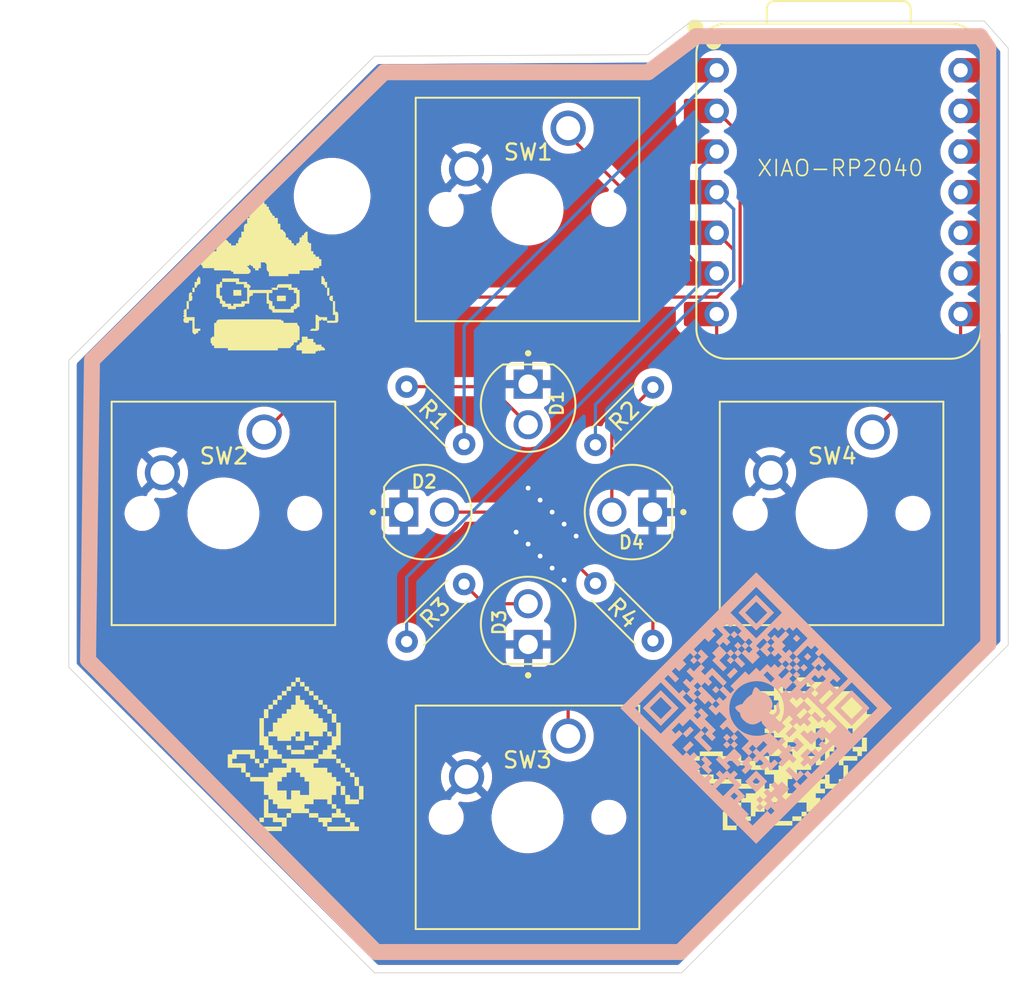
<source format=kicad_pcb>
(kicad_pcb (version 20241229) (generator "pcbnew") (generator_version "9.0")
  (layers (0 "F.Cu" signal) (2 "B.Cu" signal) (13 "F.Paste" user) (15 "B.Paste" user) (5 "F.SilkS" user "F.Silkscreen") (7 "B.SilkS" user "B.Silkscreen") (1 "F.Mask" user) (3 "B.Mask" user) (25 "Edge.Cuts" user))
  (net 0 "")
  (net 1 "Net-(D1-PadA)")
  (net 2 "GND")
  (net 3 "Net-(D2-PadA)")
  (net 4 "Net-(D3-PadA)")
  (net 5 "Net-(D4-PadA)")
  (net 6 "LED1")
  (net 7 "LED4")
  (net 8 "LED3")
  (net 9 "LED2")
  (net 10 "BUTTON2")
  (net 11 "BUTTON1")
  (net 12 "BUTTON3")
  (net 13 "BUTTON4")
  (footprint "Resistor_THT:R_Axial_DIN0204_L3.6mm_D1.6mm_P5.08mm_Horizontal" (layer "F.Cu") (at 141.907898 94.592102 45)
    (property "Reference" "R3" (at 2.534415 0 45) (layer "F.SilkS"))
    (property "Value" "R")
    (pad "1" thru_hole circle (at 0 0 45) (size 1.4 1.4) (drill 0.7) (layers "*.Cu" "*.Mask") (net 8 "LED3"))
    (pad "2" thru_hole circle (at 5.079999 0 45) (size 1.4 1.4) (drill 0.7) (layers "*.Cu" "*.Mask") (net 4 "Net-(D3-PadA)"))
  )
  (footprint "Resistor_THT:R_Axial_DIN0204_L3.6mm_D1.6mm_P5.08mm_Horizontal" (layer "F.Cu") (at 153.703949 82.296051 45)
    (property "Reference" "R2" (at 2.54 0 45) (layer "F.SilkS"))
    (property "Value" "R")
    (pad "1" thru_hole circle (at 0 0 45) (size 1.4 1.4) (drill 0.7) (layers "*.Cu" "*.Mask") (net 7 "LED4"))
    (pad "2" thru_hole circle (at 5.079999 0 45) (size 1.4 1.4) (drill 0.7) (layers "*.Cu" "*.Mask") (net 5 "Net-(D4-PadA)"))
  )
  (footprint "footprints:LEDRD254W57D500H1070" (layer "F.Cu") (at 156 86.5 180)
    (property "Reference" "D4" (at 0.04 -1.9 0) (layer "F.SilkS") (effects (font (size 0.8 0.8))))
    (property "Value" "L08R5000Q1")
    (pad "A" thru_hole circle (at 1.27 0 180) (size 1.815 1.815) (drill 1.21) (layers "*.Cu" "*.Mask") (net 5 "Net-(D4-PadA)"))
    (pad "C" thru_hole rect (at -1.27 0 180) (size 1.815 1.815) (drill 1.21) (layers "*.Cu" "*.Mask") (net 2 "GND"))
  )
  (footprint "footprints:LEDRD254W57D500H1070" (layer "F.Cu") (at 149.5 93.5 90)
    (property "Reference" "D3" (at 0.1 -1.8 90) (layer "F.SilkS") (effects (font (size 0.8 0.8))))
    (property "Value" "L08R5000Q1")
    (pad "A" thru_hole circle (at 1.27 0 90) (size 1.815 1.815) (drill 1.21) (layers "*.Cu" "*.Mask") (net 4 "Net-(D3-PadA)"))
    (pad "C" thru_hole rect (at -1.27 0 90) (size 1.815 1.815) (drill 1.21) (layers "*.Cu" "*.Mask") (net 2 "GND"))
  )
  (footprint "Resistor_THT:R_Axial_DIN0204_L3.6mm_D1.6mm_P5.08mm_Horizontal" (layer "F.Cu") (at 145.5 82.25 135)
    (property "Reference" "R1" (at 2.65165 -0.035355 135) (layer "F.SilkS"))
    (property "Value" "R")
    (pad "1" thru_hole circle (at 0 0 135) (size 1.4 1.4) (drill 0.7) (layers "*.Cu" "*.Mask") (net 6 "LED1"))
    (pad "2" thru_hole circle (at 5.079999 0 135) (size 1.4 1.4) (drill 0.7) (layers "*.Cu" "*.Mask") (net 1 "Net-(D1-PadA)"))
  )
  (footprint "footprints:LEDRD254W57D500H1070" (layer "F.Cu") (at 143 86.5)
    (property "Reference" "D2" (at 0 -1.9 0) (layer "F.SilkS") (effects (font (size 0.8 0.8))))
    (property "Value" "L08R5000Q1")
    (pad "A" thru_hole circle (at 1.27 0) (size 1.815 1.815) (drill 1.21) (layers "*.Cu" "*.Mask") (net 3 "Net-(D2-PadA)"))
    (pad "C" thru_hole rect (at -1.27 0) (size 1.815 1.815) (drill 1.21) (layers "*.Cu" "*.Mask") (net 2 "GND"))
  )
  (footprint "LOGO" (layer "F.Cu") (at 132.8 71.75)
    (property "Reference" "G***" (hide yes))
    (property "Value" "LOGO" (hide yes))
  )
  (footprint "Button_Switch_Keyboard:SW_Cherry_MX_1.00u_PCB" (layer "F.Cu") (at 171 81.5)
    (property "Reference" "SW4" (at -2.5 1.5 0) (layer "F.SilkS"))
    (property "Value" "SW_Push")
    (pad "" np_thru_hole circle (at -7.62 5.08) (size 1.7 1.7) (drill 1.7) (layers "*.Cu" "*.Mask"))
    (pad "" np_thru_hole circle (at -2.54 5.08) (size 4 4) (drill 4) (layers "*.Cu" "*.Mask"))
    (pad "" np_thru_hole circle (at 2.54 5.08) (size 1.7 1.7) (drill 1.7) (layers "*.Cu" "*.Mask"))
    (pad "1" thru_hole circle (at 0 0) (size 2.2 2.2) (drill 1.5) (layers "*.Cu" "*.Mask") (net 13 "BUTTON4"))
    (pad "2" thru_hole circle (at -6.35 2.54) (size 2.2 2.2) (drill 1.5) (layers "*.Cu" "*.Mask") (net 2 "GND"))
  )
  (footprint "Button_Switch_Keyboard:SW_Cherry_MX_1.00u_PCB" (layer "F.Cu") (at 152 100.5)
    (property "Reference" "SW3" (at -2.54 1.5 0) (layer "F.SilkS"))
    (property "Value" "SW_Push")
    (pad "" np_thru_hole circle (at -7.62 5.08) (size 1.7 1.7) (drill 1.7) (layers "*.Cu" "*.Mask"))
    (pad "" np_thru_hole circle (at -2.54 5.08) (size 4 4) (drill 4) (layers "*.Cu" "*.Mask"))
    (pad "" np_thru_hole circle (at 2.54 5.08) (size 1.7 1.7) (drill 1.7) (layers "*.Cu" "*.Mask"))
    (pad "1" thru_hole circle (at 0 0) (size 2.2 2.2) (drill 1.5) (layers "*.Cu" "*.Mask") (net 12 "BUTTON3"))
    (pad "2" thru_hole circle (at -6.35 2.54) (size 2.2 2.2) (drill 1.5) (layers "*.Cu" "*.Mask") (net 2 "GND"))
  )
  (footprint "MountingHole:MountingHole_4.3mm_M4" (layer "F.Cu") (at 137.25 66.75)
    (property "Reference" "REF**" (hide yes))
    (property "Value" "MountingHole_4.3mm_M4")
    (pad "" np_thru_hole circle (at 0 0) (size 4.3 4.3) (drill 4.3) (layers "*.Cu" "*.Mask"))
  )
  (footprint "LOGO" (layer "F.Cu") (at 135.25 101.5)
    (property "Reference" "G***" (hide yes))
    (property "Value" "LOGO" (hide yes))
  )
  (footprint "footprints:XIAO-RP2040-DIP" (layer "F.Cu") (at 168.9 66.5)
    (property "Reference" "XIAO-RP2040" (at 0.1 -1.5 0) (layer "F.SilkS") (effects (font (thickness 0.1016))))
    (property "Value" "XIAO-RP2040-DIP")
    (pad "1" smd roundrect (at -8.455 -7.62 180) (size 2.432 1.524) (layers "F.Cu" "F.Mask") (roundrect_rratio 0.1) (net 6 "LED1"))
    (pad "1" thru_hole circle (at -7.62 -7.62 180) (size 1.524 1.524) (drill 0.889) (layers "*.Cu" "*.Mask") (net 6 "LED1"))
    (pad "2" smd roundrect (at -8.455 -5.08 180) (size 2.432 1.524) (layers "F.Cu" "F.Mask") (roundrect_rratio 0.1) (net 9 "LED2"))
    (pad "2" thru_hole circle (at -7.62 -5.08 180) (size 1.524 1.524) (drill 0.889) (layers "*.Cu" "*.Mask") (net 9 "LED2"))
    (pad "3" smd roundrect (at -8.455 -2.54 180) (size 2.432 1.524) (layers "F.Cu" "F.Mask") (roundrect_rratio 0.1) (net 8 "LED3"))
    (pad "3" thru_hole circle (at -7.62 -2.54 180) (size 1.524 1.524) (drill 0.889) (layers "*.Cu" "*.Mask") (net 8 "LED3"))
    (pad "4" smd roundrect (at -8.455 0 180) (size 2.432 1.524) (layers "F.Cu" "F.Mask") (roundrect_rratio 0.1) (net 7 "LED4"))
    (pad "4" thru_hole circle (at -7.62 0 180) (size 1.524 1.524) (drill 0.889) (layers "*.Cu" "*.Mask") (net 7 "LED4"))
    (pad "5" smd roundrect (at -8.455 2.54 180) (size 2.432 1.524) (layers "F.Cu" "F.Mask") (roundrect_rratio 0.1) (net 11 "BUTTON1"))
    (pad "5" thru_hole circle (at -7.62 2.54 180) (size 1.524 1.524) (drill 0.889) (layers "*.Cu" "*.Mask") (net 11 "BUTTON1"))
    (pad "6" smd roundrect (at -8.455 5.08 180) (size 2.432 1.524) (layers "F.Cu" "F.Mask") (roundrect_rratio 0.1) (net 10 "BUTTON2"))
    (pad "6" thru_hole circle (at -7.62 5.08 180) (size 1.524 1.524) (drill 0.889) (layers "*.Cu" "*.Mask") (net 10 "BUTTON2"))
    (pad "7" smd roundrect (at -8.455 7.62 180) (size 2.432 1.524) (layers "F.Cu" "F.Mask") (roundrect_rratio 0.1) (net 12 "BUTTON3"))
    (pad "7" thru_hole circle (at -7.62 7.62 180) (size 1.524 1.524) (drill 0.889) (layers "*.Cu" "*.Mask") (net 12 "BUTTON3"))
    (pad "8" thru_hole circle (at 7.62 7.62) (size 1.524 1.524) (drill 0.889) (layers "*.Cu" "*.Mask") (net 13 "BUTTON4"))
    (pad "8" smd roundrect (at 8.455 7.62) (size 2.432 1.524) (layers "F.Cu" "F.Mask") (roundrect_rratio 0.1) (net 13 "BUTTON4"))
    (pad "9" thru_hole circle (at 7.62 5.08) (size 1.524 1.524) (drill 0.889) (layers "*.Cu" "*.Mask"))
    (pad "9" smd roundrect (at 8.455 5.08) (size 2.432 1.524) (layers "F.Cu" "F.Mask") (roundrect_rratio 0.1))
    (pad "10" thru_hole circle (at 7.62 2.54) (size 1.524 1.524) (drill 0.889) (layers "*.Cu" "*.Mask"))
    (pad "10" smd roundrect (at 8.455 2.54) (size 2.432 1.524) (layers "F.Cu" "F.Mask") (roundrect_rratio 0.1))
    (pad "11" thru_hole circle (at 7.62 0) (size 1.524 1.524) (drill 0.889) (layers "*.Cu" "*.Mask"))
    (pad "11" smd roundrect (at 8.455 0) (size 2.432 1.524) (layers "F.Cu" "F.Mask") (roundrect_rratio 0.1))
    (pad "12" thru_hole circle (at 7.62 -2.54) (size 1.524 1.524) (drill 0.889) (layers "*.Cu" "*.Mask"))
    (pad "12" smd roundrect (at 8.455 -2.54) (size 2.432 1.524) (layers "F.Cu" "F.Mask") (roundrect_rratio 0.1))
    (pad "13" thru_hole circle (at 7.62 -5.08) (size 1.524 1.524) (drill 0.889) (layers "*.Cu" "*.Mask"))
    (pad "13" smd roundrect (at 8.455 -5.08) (size 2.432 1.524) (layers "F.Cu" "F.Mask") (roundrect_rratio 0.1))
    (pad "14" thru_hole circle (at 7.62 -7.62) (size 1.524 1.524) (drill 0.889) (layers "*.Cu" "*.Mask"))
    (pad "14" smd roundrect (at 8.455 -7.62) (size 2.432 1.524) (layers "F.Cu" "F.Mask") (roundrect_rratio 0.1))
  )
  (footprint "Resistor_THT:R_Axial_DIN0204_L3.6mm_D1.6mm_P5.08mm_Horizontal" (layer "F.Cu") (at 157.296051 94.546051 135)
    (property "Reference" "R4" (at 2.575355 -0.106066 135) (layer "F.SilkS"))
    (property "Value" "R")
    (pad "1" thru_hole circle (at 0 0 135) (size 1.4 1.4) (drill 0.7) (layers "*.Cu" "*.Mask") (net 9 "LED2"))
    (pad "2" thru_hole circle (at 5.079999 0 135) (size 1.4 1.4) (drill 0.7) (layers "*.Cu" "*.Mask") (net 3 "Net-(D2-PadA)"))
  )
  (footprint "Button_Switch_Keyboard:SW_Cherry_MX_1.00u_PCB" (layer "F.Cu") (at 133 81.5)
    (property "Reference" "SW2" (at -2.5 1.5 0) (layer "F.SilkS"))
    (property "Value" "SW_Push")
    (pad "" np_thru_hole circle (at -7.62 5.08) (size 1.7 1.7) (drill 1.7) (layers "*.Cu" "*.Mask"))
    (pad "" np_thru_hole circle (at -2.54 5.08) (size 4 4) (drill 4) (layers "*.Cu" "*.Mask"))
    (pad "" np_thru_hole circle (at 2.54 5.08) (size 1.7 1.7) (drill 1.7) (layers "*.Cu" "*.Mask"))
    (pad "1" thru_hole circle (at 0 0) (size 2.2 2.2) (drill 1.5) (layers "*.Cu" "*.Mask") (net 11 "BUTTON1"))
    (pad "2" thru_hole circle (at -6.35 2.54) (size 2.2 2.2) (drill 1.5) (layers "*.Cu" "*.Mask") (net 2 "GND"))
  )
  (footprint "Button_Switch_Keyboard:SW_Cherry_MX_1.00u_PCB" (layer "F.Cu") (at 152 62.5)
    (property "Reference" "SW1" (at -2.5 1.5 0) (layer "F.SilkS"))
    (property "Value" "SW_Push")
    (pad "" np_thru_hole circle (at -7.62 5.08) (size 1.7 1.7) (drill 1.7) (layers "*.Cu" "*.Mask"))
    (pad "" np_thru_hole circle (at -2.54 5.08) (size 4 4) (drill 4) (layers "*.Cu" "*.Mask"))
    (pad "" np_thru_hole circle (at 2.54 5.08) (size 1.7 1.7) (drill 1.7) (layers "*.Cu" "*.Mask"))
    (pad "1" thru_hole circle (at 0 0) (size 2.2 2.2) (drill 1.5) (layers "*.Cu" "*.Mask") (net 10 "BUTTON2"))
    (pad "2" thru_hole circle (at -6.35 2.54) (size 2.2 2.2) (drill 1.5) (layers "*.Cu" "*.Mask") (net 2 "GND"))
  )
  (footprint "LOGO" (layer "F.Cu") (at 165 101.75)
    (property "Reference" "G***" (hide yes))
    (property "Value" "LOGO" (hide yes))
  )
  (footprint "footprints:LEDRD254W57D500H1070" (layer "F.Cu") (at 149.5 79.77 -90)
    (property "Reference" "D1" (at -0.07 -1.8 90) (layer "F.SilkS") (effects (font (size 0.8 0.8))))
    (property "Value" "L08R5000Q1")
    (pad "A" thru_hole circle (at 1.27 0 270) (size 1.815 1.815) (drill 1.21) (layers "*.Cu" "*.Mask") (net 1 "Net-(D1-PadA)"))
    (pad "C" thru_hole rect (at -1.27 0 270) (size 1.815 1.815) (drill 1.21) (layers "*.Cu" "*.Mask") (net 2 "GND"))
  )
  (footprint "LOGO" (layer "B.Cu") (at 163.75 98.75 -135)
    (property "Reference" "G***" (hide yes))
    (property "Value" "LOGO" (hide yes))
  )
  (gr_line (start 160 56.75) (end 157 59) (stroke (width 1)) (layer "B.SilkS"))
  (gr_line (start 122.246667 77.003308) (end 122 95.75) (stroke (width 1)) (layer "B.SilkS"))
  (gr_line (start 178.25 94.75) (end 178.25 57.5) (stroke (width 1)) (layer "B.SilkS"))
  (gr_line (start 140 114) (end 159 114) (stroke (width 1)) (layer "B.SilkS"))
  (gr_line (start 122 95.75) (end 140 114) (stroke (width 1)) (layer "B.SilkS"))
  (gr_line (start 159 114) (end 178.25 94.75) (stroke (width 1)) (layer "B.SilkS"))
  (gr_line (start 177.75 56.75) (end 160 56.75) (stroke (width 1)) (layer "B.SilkS"))
  (gr_line (start 157 59) (end 140.5 59) (stroke (width 1)) (layer "B.SilkS"))
  (gr_line (start 178.25 57.5) (end 177.75 56.75) (stroke (width 1)) (layer "B.SilkS"))
  (gr_line (start 140.5 59) (end 122.25 77) (stroke (width 1)) (layer "B.SilkS"))
  (gr_line (start 139.9 58) (end 120.8 77) (stroke (width 0.05)) (layer "Edge.Cuts"))
  (gr_line (start 120.8 96.2) (end 139.9 115.3) (stroke (width 0.05)) (layer "Edge.Cuts"))
  (gr_line (start 179.5 57.5) (end 178 55.8) (stroke (width 0.05)) (layer "Edge.Cuts"))
  (gr_line (start 159.7 55.8) (end 157 57.9) (stroke (width 0.05)) (layer "Edge.Cuts"))
  (gr_line (start 159.1 115.3) (end 179.5 94.8) (stroke (width 0.05)) (layer "Edge.Cuts"))
  (gr_line (start 178 55.8) (end 159.7 55.8) (stroke (width 0.05)) (layer "Edge.Cuts"))
  (gr_line (start 139.9 115.3) (end 159.1 115.3) (stroke (width 0.05)) (layer "Edge.Cuts"))
  (gr_line (start 157 57.9) (end 139.9 58) (stroke (width 0.05)) (layer "Edge.Cuts"))
  (gr_line (start 179.5 94.8) (end 179.5 57.5) (stroke (width 0.05)) (layer "Edge.Cuts"))
  (gr_line (start 120.8 77) (end 120.8 96.2) (stroke (width 0.05)) (layer "Edge.Cuts"))
  (segment (start 147.117898 78.657898) (end 141.907898 78.657898) (width 0.2) (layer "F.Cu") (net 1))
  (segment (start 149.5 81.04) (end 147.117898 78.657898) (width 0.2) (layer "F.Cu") (net 1))
  (via (at 149.5 88.5) (size 0.6) (drill 0.3) (layers "F.Cu" "B.Cu") (net 2))
  (via (at 151.75 87.25) (size 0.6) (drill 0.3) (layers "F.Cu" "B.Cu") (net 2))
  (via (at 150.25 89.25) (size 0.6) (drill 0.3) (layers "F.Cu" "B.Cu") (net 2))
  (via (at 151.75 90.75) (size 0.6) (drill 0.3) (layers "F.Cu" "B.Cu") (net 2))
  (via (at 150.25 85.75) (size 0.6) (drill 0.3) (layers "F.Cu" "B.Cu") (net 2))
  (via (at 151 86.5) (size 0.6) (drill 0.3) (layers "F.Cu" "B.Cu") (net 2))
  (via (at 148.75 87.75) (size 0.6) (drill 0.3) (layers "F.Cu" "B.Cu") (net 2))
  (via (at 152.5 88) (size 0.6) (drill 0.3) (layers "F.Cu" "B.Cu") (net 2))
  (via (at 151 90) (size 0.6) (drill 0.3) (layers "F.Cu" "B.Cu") (net 2))
  (via (at 149.5 85) (size 0.6) (drill 0.3) (layers "F.Cu" "B.Cu") (net 2))
  (segment (start 149.25 86.5) (end 153.703949 90.953949) (width 0.2) (layer "F.Cu") (net 3))
  (segment (start 144.27 86.5) (end 149.25 86.5) (width 0.2) (layer "F.Cu") (net 3))
  (segment (start 145.5 91) (end 146.73 92.23) (width 0.2) (layer "F.Cu") (net 4))
  (segment (start 146.73 92.23) (end 149.5 92.23) (width 0.2) (layer "F.Cu") (net 4))
  (segment (start 154.73 86.5) (end 154.73 81.27) (width 0.2) (layer "F.Cu") (net 5))
  (segment (start 154.73 81.27) (end 157.296051 78.703949) (width 0.2) (layer "F.Cu") (net 5))
  (segment (start 161.28 59.084816) (end 161.28 58.88) (width 0.2) (layer "B.Cu") (net 6))
  (segment (start 145.5 74.864816) (end 161.28 59.084816) (width 0.2) (layer "B.Cu") (net 6))
  (segment (start 145.5 82.25) (end 145.5 74.864816) (width 0.2) (layer "B.Cu") (net 6))
  (segment (start 160.83969 72.643) (end 161.72031 72.643) (width 0.2) (layer "B.Cu") (net 7))
  (segment (start 161.72031 72.643) (end 162.343 72.02031) (width 0.2) (layer "B.Cu") (net 7))
  (segment (start 162.343 72.02031) (end 162.343 67.563) (width 0.2) (layer "B.Cu") (net 7))
  (segment (start 153.703949 79.778741) (end 160.83969 72.643) (width 0.2) (layer "B.Cu") (net 7))
  (segment (start 153.703949 82.296051) (end 153.703949 79.778741) (width 0.2) (layer "B.Cu") (net 7))
  (segment (start 162.343 67.563) (end 161.28 66.5) (width 0.2) (layer "B.Cu") (net 7))
  (segment (start 160.217 72.262078) (end 160.217 65.023) (width 0.2) (layer "B.Cu") (net 8))
  (segment (start 141.907898 94.592102) (end 141.907898 90.57118) (width 0.2) (layer "B.Cu") (net 8))
  (segment (start 141.907898 90.57118) (end 160.217 72.262078) (width 0.2) (layer "B.Cu") (net 8))
  (segment (start 160.217 65.023) (end 161.28 63.96) (width 0.2) (layer "B.Cu") (net 8))
  (segment (start 162.744 62.884) (end 161.28 61.42) (width 0.2) (layer "F.Cu") (net 9))
  (segment (start 157.296051 90.573263) (end 162.744 85.125314) (width 0.2) (layer "F.Cu") (net 9))
  (segment (start 157.296051 94.546051) (end 157.296051 90.573263) (width 0.2) (layer "F.Cu") (net 9))
  (segment (start 162.744 85.125314) (end 162.744 62.884) (width 0.2) (layer "F.Cu") (net 9))
  (segment (start 152 62.913626) (end 160.666374 71.58) (width 0.2) (layer "F.Cu") (net 10))
  (segment (start 152 62.5) (end 152 62.913626) (width 0.2) (layer "F.Cu") (net 10))
  (segment (start 160.666374 71.58) (end 161.28 71.58) (width 0.2) (layer "F.Cu") (net 10))
  (segment (start 162.343 70.103) (end 161.28 69.04) (width 0.2) (layer "F.Cu") (net 11))
  (segment (start 133 81.5) (end 141.443 73.057) (width 0.2) (layer "F.Cu") (net 11))
  (segment (start 161.30631 73.057) (end 162.343 72.02031) (width 0.2) (layer "F.Cu") (net 11))
  (segment (start 162.343 72.02031) (end 162.343 70.103) (width 0.2) (layer "F.Cu") (net 11))
  (segment (start 141.443 73.057) (end 161.30631 73.057) (width 0.2) (layer "F.Cu") (net 11))
  (segment (start 152 94.708686) (end 161.28 85.428686) (width 0.2) (layer "F.Cu") (net 12))
  (segment (start 152 100.5) (end 152 94.708686) (width 0.2) (layer "F.Cu") (net 12))
  (segment (start 161.28 85.428686) (end 161.28 74.12) (width 0.2) (layer "F.Cu") (net 12))
  (segment (start 176.52 75.98) (end 176.52 74.12) (width 0.2) (layer "F.Cu") (net 13))
  (segment (start 171 81.5) (end 176.52 75.98) (width 0.2) (layer "F.Cu") (net 13))
  (zone (net 2) (net_name "GND") (layers "F.Cu" "B.Cu") (connect_pads (clearance 0.5)) (min_thickness 0.25) (fill yes (thermal_gap 0.5) (thermal_bridge_width 0.5))
    (polygon (pts (xy 180.5 55) (xy 180.5 117) (xy 116.5 117) (xy 116.5 55)))
  )
)
</source>
